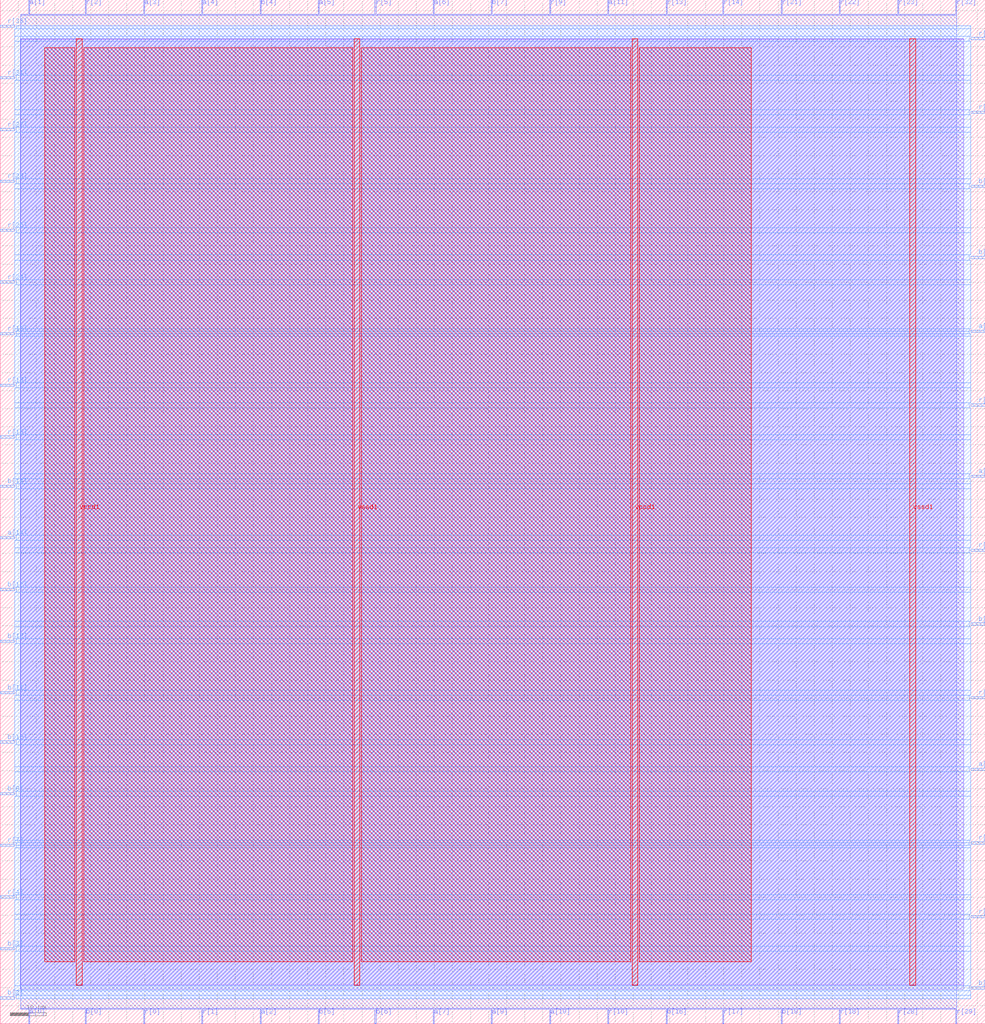
<source format=lef>
VERSION 5.7 ;
  NOWIREEXTENSIONATPIN ON ;
  DIVIDERCHAR "/" ;
  BUSBITCHARS "[]" ;
MACRO multa
  CLASS BLOCK ;
  FOREIGN multa ;
  ORIGIN 0.000 0.000 ;
  SIZE 272.280 BY 283.000 ;
  PIN a[0]
    DIRECTION INPUT ;
    USE SIGNAL ;
    PORT
      LAYER met2 ;
        RECT 7.910 0.000 8.190 4.000 ;
    END
  END a[0]
  PIN a[10]
    DIRECTION INPUT ;
    USE SIGNAL ;
    PORT
      LAYER met2 ;
        RECT 151.890 0.000 152.170 4.000 ;
    END
  END a[10]
  PIN a[11]
    DIRECTION INPUT ;
    USE SIGNAL ;
    PORT
      LAYER met2 ;
        RECT 167.990 279.000 168.270 283.000 ;
    END
  END a[11]
  PIN a[12]
    DIRECTION INPUT ;
    USE SIGNAL ;
    PORT
      LAYER met3 ;
        RECT 268.280 151.000 272.280 151.600 ;
    END
  END a[12]
  PIN a[13]
    DIRECTION INPUT ;
    USE SIGNAL ;
    PORT
      LAYER met3 ;
        RECT 268.280 191.120 272.280 191.720 ;
    END
  END a[13]
  PIN a[14]
    DIRECTION INPUT ;
    USE SIGNAL ;
    PORT
      LAYER met3 ;
        RECT 0.000 134.000 4.000 134.600 ;
    END
  END a[14]
  PIN a[1]
    DIRECTION INPUT ;
    USE SIGNAL ;
    PORT
      LAYER met2 ;
        RECT 7.910 279.000 8.190 283.000 ;
    END
  END a[1]
  PIN a[2]
    DIRECTION INPUT ;
    USE SIGNAL ;
    PORT
      LAYER met2 ;
        RECT 71.850 0.000 72.130 4.000 ;
    END
  END a[2]
  PIN a[3]
    DIRECTION INPUT ;
    USE SIGNAL ;
    PORT
      LAYER met2 ;
        RECT 39.650 279.000 39.930 283.000 ;
    END
  END a[3]
  PIN a[4]
    DIRECTION INPUT ;
    USE SIGNAL ;
    PORT
      LAYER met2 ;
        RECT 55.750 279.000 56.030 283.000 ;
    END
  END a[4]
  PIN a[5]
    DIRECTION INPUT ;
    USE SIGNAL ;
    PORT
      LAYER met2 ;
        RECT 87.950 279.000 88.230 283.000 ;
    END
  END a[5]
  PIN a[6]
    DIRECTION INPUT ;
    USE SIGNAL ;
    PORT
      LAYER met2 ;
        RECT 119.690 279.000 119.970 283.000 ;
    END
  END a[6]
  PIN a[7]
    DIRECTION INPUT ;
    USE SIGNAL ;
    PORT
      LAYER met2 ;
        RECT 119.690 0.000 119.970 4.000 ;
    END
  END a[7]
  PIN a[8]
    DIRECTION INPUT ;
    USE SIGNAL ;
    PORT
      LAYER met3 ;
        RECT 268.280 70.080 272.280 70.680 ;
    END
  END a[8]
  PIN a[9]
    DIRECTION INPUT ;
    USE SIGNAL ;
    PORT
      LAYER met2 ;
        RECT 135.790 0.000 136.070 4.000 ;
    END
  END a[9]
  PIN b[0]
    DIRECTION INPUT ;
    USE SIGNAL ;
    PORT
      LAYER met2 ;
        RECT 23.550 0.000 23.830 4.000 ;
    END
  END b[0]
  PIN b[10]
    DIRECTION INPUT ;
    USE SIGNAL ;
    PORT
      LAYER met3 ;
        RECT 0.000 77.560 4.000 78.160 ;
    END
  END b[10]
  PIN b[11]
    DIRECTION INPUT ;
    USE SIGNAL ;
    PORT
      LAYER met3 ;
        RECT 0.000 91.160 4.000 91.760 ;
    END
  END b[11]
  PIN b[12]
    DIRECTION INPUT ;
    USE SIGNAL ;
    PORT
      LAYER met3 ;
        RECT 0.000 105.440 4.000 106.040 ;
    END
  END b[12]
  PIN b[13]
    DIRECTION INPUT ;
    USE SIGNAL ;
    PORT
      LAYER met3 ;
        RECT 0.000 119.720 4.000 120.320 ;
    END
  END b[13]
  PIN b[14]
    DIRECTION INPUT ;
    USE SIGNAL ;
    PORT
      LAYER met3 ;
        RECT 0.000 148.280 4.000 148.880 ;
    END
  END b[14]
  PIN b[15]
    DIRECTION INPUT ;
    USE SIGNAL ;
    PORT
      LAYER met3 ;
        RECT 268.280 211.520 272.280 212.120 ;
    END
  END b[15]
  PIN b[16]
    DIRECTION INPUT ;
    USE SIGNAL ;
    PORT
      LAYER met2 ;
        RECT 184.090 0.000 184.370 4.000 ;
    END
  END b[16]
  PIN b[17]
    DIRECTION INPUT ;
    USE SIGNAL ;
    PORT
      LAYER met3 ;
        RECT 268.280 231.240 272.280 231.840 ;
    END
  END b[17]
  PIN b[18]
    DIRECTION INPUT ;
    USE SIGNAL ;
    PORT
      LAYER met2 ;
        RECT 215.830 0.000 216.110 4.000 ;
    END
  END b[18]
  PIN b[1]
    DIRECTION INPUT ;
    USE SIGNAL ;
    PORT
      LAYER met3 ;
        RECT 268.280 9.560 272.280 10.160 ;
    END
  END b[1]
  PIN b[2]
    DIRECTION INPUT ;
    USE SIGNAL ;
    PORT
      LAYER met3 ;
        RECT 0.000 6.840 4.000 7.440 ;
    END
  END b[2]
  PIN b[3]
    DIRECTION INPUT ;
    USE SIGNAL ;
    PORT
      LAYER met3 ;
        RECT 0.000 20.440 4.000 21.040 ;
    END
  END b[3]
  PIN b[4]
    DIRECTION INPUT ;
    USE SIGNAL ;
    PORT
      LAYER met2 ;
        RECT 71.850 279.000 72.130 283.000 ;
    END
  END b[4]
  PIN b[5]
    DIRECTION INPUT ;
    USE SIGNAL ;
    PORT
      LAYER met2 ;
        RECT 87.950 0.000 88.230 4.000 ;
    END
  END b[5]
  PIN b[6]
    DIRECTION INPUT ;
    USE SIGNAL ;
    PORT
      LAYER met2 ;
        RECT 103.590 0.000 103.870 4.000 ;
    END
  END b[6]
  PIN b[7]
    DIRECTION INPUT ;
    USE SIGNAL ;
    PORT
      LAYER met2 ;
        RECT 135.790 279.000 136.070 283.000 ;
    END
  END b[7]
  PIN b[8]
    DIRECTION INPUT ;
    USE SIGNAL ;
    PORT
      LAYER met3 ;
        RECT 0.000 63.280 4.000 63.880 ;
    END
  END b[8]
  PIN b[9]
    DIRECTION INPUT ;
    USE SIGNAL ;
    PORT
      LAYER met3 ;
        RECT 268.280 110.200 272.280 110.800 ;
    END
  END b[9]
  PIN r[0]
    DIRECTION OUTPUT TRISTATE ;
    USE SIGNAL ;
    PORT
      LAYER met2 ;
        RECT 39.650 0.000 39.930 4.000 ;
    END
  END r[0]
  PIN r[10]
    DIRECTION OUTPUT TRISTATE ;
    USE SIGNAL ;
    PORT
      LAYER met2 ;
        RECT 167.990 0.000 168.270 4.000 ;
    END
  END r[10]
  PIN r[11]
    DIRECTION OUTPUT TRISTATE ;
    USE SIGNAL ;
    PORT
      LAYER met3 ;
        RECT 268.280 130.600 272.280 131.200 ;
    END
  END r[11]
  PIN r[12]
    DIRECTION OUTPUT TRISTATE ;
    USE SIGNAL ;
    PORT
      LAYER met3 ;
        RECT 268.280 170.720 272.280 171.320 ;
    END
  END r[12]
  PIN r[13]
    DIRECTION OUTPUT TRISTATE ;
    USE SIGNAL ;
    PORT
      LAYER met2 ;
        RECT 184.090 279.000 184.370 283.000 ;
    END
  END r[13]
  PIN r[14]
    DIRECTION OUTPUT TRISTATE ;
    USE SIGNAL ;
    PORT
      LAYER met2 ;
        RECT 199.730 279.000 200.010 283.000 ;
    END
  END r[14]
  PIN r[15]
    DIRECTION OUTPUT TRISTATE ;
    USE SIGNAL ;
    PORT
      LAYER met3 ;
        RECT 0.000 161.880 4.000 162.480 ;
    END
  END r[15]
  PIN r[16]
    DIRECTION OUTPUT TRISTATE ;
    USE SIGNAL ;
    PORT
      LAYER met3 ;
        RECT 0.000 176.160 4.000 176.760 ;
    END
  END r[16]
  PIN r[17]
    DIRECTION OUTPUT TRISTATE ;
    USE SIGNAL ;
    PORT
      LAYER met2 ;
        RECT 199.730 0.000 200.010 4.000 ;
    END
  END r[17]
  PIN r[18]
    DIRECTION OUTPUT TRISTATE ;
    USE SIGNAL ;
    PORT
      LAYER met2 ;
        RECT 231.930 0.000 232.210 4.000 ;
    END
  END r[18]
  PIN r[19]
    DIRECTION OUTPUT TRISTATE ;
    USE SIGNAL ;
    PORT
      LAYER met3 ;
        RECT 0.000 190.440 4.000 191.040 ;
    END
  END r[19]
  PIN r[1]
    DIRECTION OUTPUT TRISTATE ;
    USE SIGNAL ;
    PORT
      LAYER met2 ;
        RECT 55.750 0.000 56.030 4.000 ;
    END
  END r[1]
  PIN r[20]
    DIRECTION OUTPUT TRISTATE ;
    USE SIGNAL ;
    PORT
      LAYER met3 ;
        RECT 268.280 251.640 272.280 252.240 ;
    END
  END r[20]
  PIN r[21]
    DIRECTION OUTPUT TRISTATE ;
    USE SIGNAL ;
    PORT
      LAYER met2 ;
        RECT 215.830 279.000 216.110 283.000 ;
    END
  END r[21]
  PIN r[22]
    DIRECTION OUTPUT TRISTATE ;
    USE SIGNAL ;
    PORT
      LAYER met2 ;
        RECT 231.930 279.000 232.210 283.000 ;
    END
  END r[22]
  PIN r[23]
    DIRECTION OUTPUT TRISTATE ;
    USE SIGNAL ;
    PORT
      LAYER met2 ;
        RECT 248.030 279.000 248.310 283.000 ;
    END
  END r[23]
  PIN r[24]
    DIRECTION OUTPUT TRISTATE ;
    USE SIGNAL ;
    PORT
      LAYER met3 ;
        RECT 0.000 204.720 4.000 205.320 ;
    END
  END r[24]
  PIN r[25]
    DIRECTION OUTPUT TRISTATE ;
    USE SIGNAL ;
    PORT
      LAYER met3 ;
        RECT 0.000 219.000 4.000 219.600 ;
    END
  END r[25]
  PIN r[26]
    DIRECTION OUTPUT TRISTATE ;
    USE SIGNAL ;
    PORT
      LAYER met3 ;
        RECT 0.000 232.600 4.000 233.200 ;
    END
  END r[26]
  PIN r[27]
    DIRECTION OUTPUT TRISTATE ;
    USE SIGNAL ;
    PORT
      LAYER met3 ;
        RECT 0.000 246.880 4.000 247.480 ;
    END
  END r[27]
  PIN r[28]
    DIRECTION OUTPUT TRISTATE ;
    USE SIGNAL ;
    PORT
      LAYER met2 ;
        RECT 248.030 0.000 248.310 4.000 ;
    END
  END r[28]
  PIN r[29]
    DIRECTION OUTPUT TRISTATE ;
    USE SIGNAL ;
    PORT
      LAYER met2 ;
        RECT 264.130 0.000 264.410 4.000 ;
    END
  END r[29]
  PIN r[2]
    DIRECTION OUTPUT TRISTATE ;
    USE SIGNAL ;
    PORT
      LAYER met2 ;
        RECT 23.550 279.000 23.830 283.000 ;
    END
  END r[2]
  PIN r[30]
    DIRECTION OUTPUT TRISTATE ;
    USE SIGNAL ;
    PORT
      LAYER met3 ;
        RECT 268.280 272.040 272.280 272.640 ;
    END
  END r[30]
  PIN r[31]
    DIRECTION OUTPUT TRISTATE ;
    USE SIGNAL ;
    PORT
      LAYER met3 ;
        RECT 0.000 261.160 4.000 261.760 ;
    END
  END r[31]
  PIN r[32]
    DIRECTION OUTPUT TRISTATE ;
    USE SIGNAL ;
    PORT
      LAYER met2 ;
        RECT 264.130 279.000 264.410 283.000 ;
    END
  END r[32]
  PIN r[33]
    DIRECTION OUTPUT TRISTATE ;
    USE SIGNAL ;
    PORT
      LAYER met3 ;
        RECT 0.000 275.440 4.000 276.040 ;
    END
  END r[33]
  PIN r[3]
    DIRECTION OUTPUT TRISTATE ;
    USE SIGNAL ;
    PORT
      LAYER met3 ;
        RECT 268.280 29.280 272.280 29.880 ;
    END
  END r[3]
  PIN r[4]
    DIRECTION OUTPUT TRISTATE ;
    USE SIGNAL ;
    PORT
      LAYER met3 ;
        RECT 0.000 34.720 4.000 35.320 ;
    END
  END r[4]
  PIN r[5]
    DIRECTION OUTPUT TRISTATE ;
    USE SIGNAL ;
    PORT
      LAYER met2 ;
        RECT 103.590 279.000 103.870 283.000 ;
    END
  END r[5]
  PIN r[6]
    DIRECTION OUTPUT TRISTATE ;
    USE SIGNAL ;
    PORT
      LAYER met3 ;
        RECT 268.280 49.680 272.280 50.280 ;
    END
  END r[6]
  PIN r[7]
    DIRECTION OUTPUT TRISTATE ;
    USE SIGNAL ;
    PORT
      LAYER met3 ;
        RECT 0.000 49.000 4.000 49.600 ;
    END
  END r[7]
  PIN r[8]
    DIRECTION OUTPUT TRISTATE ;
    USE SIGNAL ;
    PORT
      LAYER met3 ;
        RECT 268.280 89.800 272.280 90.400 ;
    END
  END r[8]
  PIN r[9]
    DIRECTION OUTPUT TRISTATE ;
    USE SIGNAL ;
    PORT
      LAYER met2 ;
        RECT 151.890 279.000 152.170 283.000 ;
    END
  END r[9]
  PIN vccd1
    DIRECTION INPUT ;
    USE POWER ;
    PORT
      LAYER met4 ;
        RECT 21.040 10.640 22.640 272.240 ;
    END
    PORT
      LAYER met4 ;
        RECT 174.640 10.640 176.240 272.240 ;
    END
  END vccd1
  PIN vssd1
    DIRECTION INPUT ;
    USE GROUND ;
    PORT
      LAYER met4 ;
        RECT 97.840 10.640 99.440 272.240 ;
    END
    PORT
      LAYER met4 ;
        RECT 251.440 10.640 253.040 272.240 ;
    END
  END vssd1
  OBS
      LAYER li1 ;
        RECT 5.520 10.795 266.340 272.085 ;
      LAYER met1 ;
        RECT 5.520 9.560 266.340 272.240 ;
      LAYER met2 ;
        RECT 5.610 278.720 7.630 279.000 ;
        RECT 8.470 278.720 23.270 279.000 ;
        RECT 24.110 278.720 39.370 279.000 ;
        RECT 40.210 278.720 55.470 279.000 ;
        RECT 56.310 278.720 71.570 279.000 ;
        RECT 72.410 278.720 87.670 279.000 ;
        RECT 88.510 278.720 103.310 279.000 ;
        RECT 104.150 278.720 119.410 279.000 ;
        RECT 120.250 278.720 135.510 279.000 ;
        RECT 136.350 278.720 151.610 279.000 ;
        RECT 152.450 278.720 167.710 279.000 ;
        RECT 168.550 278.720 183.810 279.000 ;
        RECT 184.650 278.720 199.450 279.000 ;
        RECT 200.290 278.720 215.550 279.000 ;
        RECT 216.390 278.720 231.650 279.000 ;
        RECT 232.490 278.720 247.750 279.000 ;
        RECT 248.590 278.720 263.850 279.000 ;
        RECT 5.610 4.280 264.400 278.720 ;
        RECT 5.610 4.000 7.630 4.280 ;
        RECT 8.470 4.000 23.270 4.280 ;
        RECT 24.110 4.000 39.370 4.280 ;
        RECT 40.210 4.000 55.470 4.280 ;
        RECT 56.310 4.000 71.570 4.280 ;
        RECT 72.410 4.000 87.670 4.280 ;
        RECT 88.510 4.000 103.310 4.280 ;
        RECT 104.150 4.000 119.410 4.280 ;
        RECT 120.250 4.000 135.510 4.280 ;
        RECT 136.350 4.000 151.610 4.280 ;
        RECT 152.450 4.000 167.710 4.280 ;
        RECT 168.550 4.000 183.810 4.280 ;
        RECT 184.650 4.000 199.450 4.280 ;
        RECT 200.290 4.000 215.550 4.280 ;
        RECT 216.390 4.000 231.650 4.280 ;
        RECT 232.490 4.000 247.750 4.280 ;
        RECT 248.590 4.000 263.850 4.280 ;
      LAYER met3 ;
        RECT 4.400 275.040 268.280 275.905 ;
        RECT 4.000 273.040 268.280 275.040 ;
        RECT 4.000 271.640 267.880 273.040 ;
        RECT 4.000 262.160 268.280 271.640 ;
        RECT 4.400 260.760 268.280 262.160 ;
        RECT 4.000 252.640 268.280 260.760 ;
        RECT 4.000 251.240 267.880 252.640 ;
        RECT 4.000 247.880 268.280 251.240 ;
        RECT 4.400 246.480 268.280 247.880 ;
        RECT 4.000 233.600 268.280 246.480 ;
        RECT 4.400 232.240 268.280 233.600 ;
        RECT 4.400 232.200 267.880 232.240 ;
        RECT 4.000 230.840 267.880 232.200 ;
        RECT 4.000 220.000 268.280 230.840 ;
        RECT 4.400 218.600 268.280 220.000 ;
        RECT 4.000 212.520 268.280 218.600 ;
        RECT 4.000 211.120 267.880 212.520 ;
        RECT 4.000 205.720 268.280 211.120 ;
        RECT 4.400 204.320 268.280 205.720 ;
        RECT 4.000 192.120 268.280 204.320 ;
        RECT 4.000 191.440 267.880 192.120 ;
        RECT 4.400 190.720 267.880 191.440 ;
        RECT 4.400 190.040 268.280 190.720 ;
        RECT 4.000 177.160 268.280 190.040 ;
        RECT 4.400 175.760 268.280 177.160 ;
        RECT 4.000 171.720 268.280 175.760 ;
        RECT 4.000 170.320 267.880 171.720 ;
        RECT 4.000 162.880 268.280 170.320 ;
        RECT 4.400 161.480 268.280 162.880 ;
        RECT 4.000 152.000 268.280 161.480 ;
        RECT 4.000 150.600 267.880 152.000 ;
        RECT 4.000 149.280 268.280 150.600 ;
        RECT 4.400 147.880 268.280 149.280 ;
        RECT 4.000 135.000 268.280 147.880 ;
        RECT 4.400 133.600 268.280 135.000 ;
        RECT 4.000 131.600 268.280 133.600 ;
        RECT 4.000 130.200 267.880 131.600 ;
        RECT 4.000 120.720 268.280 130.200 ;
        RECT 4.400 119.320 268.280 120.720 ;
        RECT 4.000 111.200 268.280 119.320 ;
        RECT 4.000 109.800 267.880 111.200 ;
        RECT 4.000 106.440 268.280 109.800 ;
        RECT 4.400 105.040 268.280 106.440 ;
        RECT 4.000 92.160 268.280 105.040 ;
        RECT 4.400 90.800 268.280 92.160 ;
        RECT 4.400 90.760 267.880 90.800 ;
        RECT 4.000 89.400 267.880 90.760 ;
        RECT 4.000 78.560 268.280 89.400 ;
        RECT 4.400 77.160 268.280 78.560 ;
        RECT 4.000 71.080 268.280 77.160 ;
        RECT 4.000 69.680 267.880 71.080 ;
        RECT 4.000 64.280 268.280 69.680 ;
        RECT 4.400 62.880 268.280 64.280 ;
        RECT 4.000 50.680 268.280 62.880 ;
        RECT 4.000 50.000 267.880 50.680 ;
        RECT 4.400 49.280 267.880 50.000 ;
        RECT 4.400 48.600 268.280 49.280 ;
        RECT 4.000 35.720 268.280 48.600 ;
        RECT 4.400 34.320 268.280 35.720 ;
        RECT 4.000 30.280 268.280 34.320 ;
        RECT 4.000 28.880 267.880 30.280 ;
        RECT 4.000 21.440 268.280 28.880 ;
        RECT 4.400 20.040 268.280 21.440 ;
        RECT 4.000 10.560 268.280 20.040 ;
        RECT 4.000 9.160 267.880 10.560 ;
        RECT 4.000 7.840 268.280 9.160 ;
        RECT 4.400 6.975 268.280 7.840 ;
      LAYER met4 ;
        RECT 12.255 17.175 20.640 269.785 ;
        RECT 23.040 17.175 97.440 269.785 ;
        RECT 99.840 17.175 174.240 269.785 ;
        RECT 176.640 17.175 207.625 269.785 ;
  END
END multa
END LIBRARY


</source>
